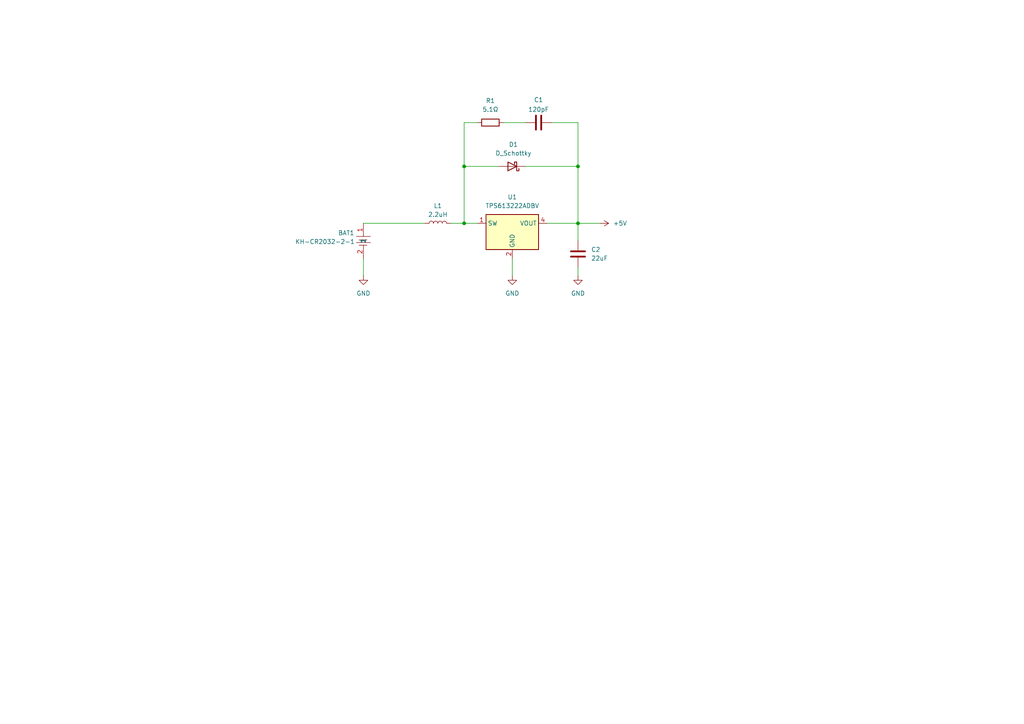
<source format=kicad_sch>
(kicad_sch
	(version 20231120)
	(generator "eeschema")
	(generator_version "8.0")
	(uuid "9b521dbc-5d31-44dc-b77a-6cb943122f2a")
	(paper "A4")
	(lib_symbols
		(symbol "Device:C"
			(pin_numbers hide)
			(pin_names
				(offset 0.254)
			)
			(exclude_from_sim no)
			(in_bom yes)
			(on_board yes)
			(property "Reference" "C"
				(at 0.635 2.54 0)
				(effects
					(font
						(size 1.27 1.27)
					)
					(justify left)
				)
			)
			(property "Value" "C"
				(at 0.635 -2.54 0)
				(effects
					(font
						(size 1.27 1.27)
					)
					(justify left)
				)
			)
			(property "Footprint" ""
				(at 0.9652 -3.81 0)
				(effects
					(font
						(size 1.27 1.27)
					)
					(hide yes)
				)
			)
			(property "Datasheet" "~"
				(at 0 0 0)
				(effects
					(font
						(size 1.27 1.27)
					)
					(hide yes)
				)
			)
			(property "Description" "Unpolarized capacitor"
				(at 0 0 0)
				(effects
					(font
						(size 1.27 1.27)
					)
					(hide yes)
				)
			)
			(property "ki_keywords" "cap capacitor"
				(at 0 0 0)
				(effects
					(font
						(size 1.27 1.27)
					)
					(hide yes)
				)
			)
			(property "ki_fp_filters" "C_*"
				(at 0 0 0)
				(effects
					(font
						(size 1.27 1.27)
					)
					(hide yes)
				)
			)
			(symbol "C_0_1"
				(polyline
					(pts
						(xy -2.032 -0.762) (xy 2.032 -0.762)
					)
					(stroke
						(width 0.508)
						(type default)
					)
					(fill
						(type none)
					)
				)
				(polyline
					(pts
						(xy -2.032 0.762) (xy 2.032 0.762)
					)
					(stroke
						(width 0.508)
						(type default)
					)
					(fill
						(type none)
					)
				)
			)
			(symbol "C_1_1"
				(pin passive line
					(at 0 3.81 270)
					(length 2.794)
					(name "~"
						(effects
							(font
								(size 1.27 1.27)
							)
						)
					)
					(number "1"
						(effects
							(font
								(size 1.27 1.27)
							)
						)
					)
				)
				(pin passive line
					(at 0 -3.81 90)
					(length 2.794)
					(name "~"
						(effects
							(font
								(size 1.27 1.27)
							)
						)
					)
					(number "2"
						(effects
							(font
								(size 1.27 1.27)
							)
						)
					)
				)
			)
		)
		(symbol "Device:D_Schottky"
			(pin_numbers hide)
			(pin_names
				(offset 1.016) hide)
			(exclude_from_sim no)
			(in_bom yes)
			(on_board yes)
			(property "Reference" "D"
				(at 0 2.54 0)
				(effects
					(font
						(size 1.27 1.27)
					)
				)
			)
			(property "Value" "D_Schottky"
				(at 0 -2.54 0)
				(effects
					(font
						(size 1.27 1.27)
					)
				)
			)
			(property "Footprint" ""
				(at 0 0 0)
				(effects
					(font
						(size 1.27 1.27)
					)
					(hide yes)
				)
			)
			(property "Datasheet" "~"
				(at 0 0 0)
				(effects
					(font
						(size 1.27 1.27)
					)
					(hide yes)
				)
			)
			(property "Description" "Schottky diode"
				(at 0 0 0)
				(effects
					(font
						(size 1.27 1.27)
					)
					(hide yes)
				)
			)
			(property "ki_keywords" "diode Schottky"
				(at 0 0 0)
				(effects
					(font
						(size 1.27 1.27)
					)
					(hide yes)
				)
			)
			(property "ki_fp_filters" "TO-???* *_Diode_* *SingleDiode* D_*"
				(at 0 0 0)
				(effects
					(font
						(size 1.27 1.27)
					)
					(hide yes)
				)
			)
			(symbol "D_Schottky_0_1"
				(polyline
					(pts
						(xy 1.27 0) (xy -1.27 0)
					)
					(stroke
						(width 0)
						(type default)
					)
					(fill
						(type none)
					)
				)
				(polyline
					(pts
						(xy 1.27 1.27) (xy 1.27 -1.27) (xy -1.27 0) (xy 1.27 1.27)
					)
					(stroke
						(width 0.254)
						(type default)
					)
					(fill
						(type none)
					)
				)
				(polyline
					(pts
						(xy -1.905 0.635) (xy -1.905 1.27) (xy -1.27 1.27) (xy -1.27 -1.27) (xy -0.635 -1.27) (xy -0.635 -0.635)
					)
					(stroke
						(width 0.254)
						(type default)
					)
					(fill
						(type none)
					)
				)
			)
			(symbol "D_Schottky_1_1"
				(pin passive line
					(at -3.81 0 0)
					(length 2.54)
					(name "K"
						(effects
							(font
								(size 1.27 1.27)
							)
						)
					)
					(number "1"
						(effects
							(font
								(size 1.27 1.27)
							)
						)
					)
				)
				(pin passive line
					(at 3.81 0 180)
					(length 2.54)
					(name "A"
						(effects
							(font
								(size 1.27 1.27)
							)
						)
					)
					(number "2"
						(effects
							(font
								(size 1.27 1.27)
							)
						)
					)
				)
			)
		)
		(symbol "Device:L"
			(pin_numbers hide)
			(pin_names
				(offset 1.016) hide)
			(exclude_from_sim no)
			(in_bom yes)
			(on_board yes)
			(property "Reference" "L"
				(at -1.27 0 90)
				(effects
					(font
						(size 1.27 1.27)
					)
				)
			)
			(property "Value" "L"
				(at 1.905 0 90)
				(effects
					(font
						(size 1.27 1.27)
					)
				)
			)
			(property "Footprint" ""
				(at 0 0 0)
				(effects
					(font
						(size 1.27 1.27)
					)
					(hide yes)
				)
			)
			(property "Datasheet" "~"
				(at 0 0 0)
				(effects
					(font
						(size 1.27 1.27)
					)
					(hide yes)
				)
			)
			(property "Description" "Inductor"
				(at 0 0 0)
				(effects
					(font
						(size 1.27 1.27)
					)
					(hide yes)
				)
			)
			(property "ki_keywords" "inductor choke coil reactor magnetic"
				(at 0 0 0)
				(effects
					(font
						(size 1.27 1.27)
					)
					(hide yes)
				)
			)
			(property "ki_fp_filters" "Choke_* *Coil* Inductor_* L_*"
				(at 0 0 0)
				(effects
					(font
						(size 1.27 1.27)
					)
					(hide yes)
				)
			)
			(symbol "L_0_1"
				(arc
					(start 0 -2.54)
					(mid 0.6323 -1.905)
					(end 0 -1.27)
					(stroke
						(width 0)
						(type default)
					)
					(fill
						(type none)
					)
				)
				(arc
					(start 0 -1.27)
					(mid 0.6323 -0.635)
					(end 0 0)
					(stroke
						(width 0)
						(type default)
					)
					(fill
						(type none)
					)
				)
				(arc
					(start 0 0)
					(mid 0.6323 0.635)
					(end 0 1.27)
					(stroke
						(width 0)
						(type default)
					)
					(fill
						(type none)
					)
				)
				(arc
					(start 0 1.27)
					(mid 0.6323 1.905)
					(end 0 2.54)
					(stroke
						(width 0)
						(type default)
					)
					(fill
						(type none)
					)
				)
			)
			(symbol "L_1_1"
				(pin passive line
					(at 0 3.81 270)
					(length 1.27)
					(name "1"
						(effects
							(font
								(size 1.27 1.27)
							)
						)
					)
					(number "1"
						(effects
							(font
								(size 1.27 1.27)
							)
						)
					)
				)
				(pin passive line
					(at 0 -3.81 90)
					(length 1.27)
					(name "2"
						(effects
							(font
								(size 1.27 1.27)
							)
						)
					)
					(number "2"
						(effects
							(font
								(size 1.27 1.27)
							)
						)
					)
				)
			)
		)
		(symbol "Device:R"
			(pin_numbers hide)
			(pin_names
				(offset 0)
			)
			(exclude_from_sim no)
			(in_bom yes)
			(on_board yes)
			(property "Reference" "R"
				(at 2.032 0 90)
				(effects
					(font
						(size 1.27 1.27)
					)
				)
			)
			(property "Value" "R"
				(at 0 0 90)
				(effects
					(font
						(size 1.27 1.27)
					)
				)
			)
			(property "Footprint" ""
				(at -1.778 0 90)
				(effects
					(font
						(size 1.27 1.27)
					)
					(hide yes)
				)
			)
			(property "Datasheet" "~"
				(at 0 0 0)
				(effects
					(font
						(size 1.27 1.27)
					)
					(hide yes)
				)
			)
			(property "Description" "Resistor"
				(at 0 0 0)
				(effects
					(font
						(size 1.27 1.27)
					)
					(hide yes)
				)
			)
			(property "ki_keywords" "R res resistor"
				(at 0 0 0)
				(effects
					(font
						(size 1.27 1.27)
					)
					(hide yes)
				)
			)
			(property "ki_fp_filters" "R_*"
				(at 0 0 0)
				(effects
					(font
						(size 1.27 1.27)
					)
					(hide yes)
				)
			)
			(symbol "R_0_1"
				(rectangle
					(start -1.016 -2.54)
					(end 1.016 2.54)
					(stroke
						(width 0.254)
						(type default)
					)
					(fill
						(type none)
					)
				)
			)
			(symbol "R_1_1"
				(pin passive line
					(at 0 3.81 270)
					(length 1.27)
					(name "~"
						(effects
							(font
								(size 1.27 1.27)
							)
						)
					)
					(number "1"
						(effects
							(font
								(size 1.27 1.27)
							)
						)
					)
				)
				(pin passive line
					(at 0 -3.81 90)
					(length 1.27)
					(name "~"
						(effects
							(font
								(size 1.27 1.27)
							)
						)
					)
					(number "2"
						(effects
							(font
								(size 1.27 1.27)
							)
						)
					)
				)
			)
		)
		(symbol "Regulator_Switching:TPS613222ADBV"
			(exclude_from_sim no)
			(in_bom yes)
			(on_board yes)
			(property "Reference" "U"
				(at -7.62 6.35 0)
				(effects
					(font
						(size 1.27 1.27)
					)
					(justify left)
				)
			)
			(property "Value" "TPS613222ADBV"
				(at 2.54 6.35 0)
				(effects
					(font
						(size 1.27 1.27)
					)
				)
			)
			(property "Footprint" "Package_TO_SOT_SMD:SOT-23-5"
				(at 0 -20.32 0)
				(effects
					(font
						(size 1.27 1.27)
					)
					(hide yes)
				)
			)
			(property "Datasheet" "http://www.ti.com/lit/ds/symlink/tps61322.pdf"
				(at 0 -3.81 0)
				(effects
					(font
						(size 1.27 1.27)
					)
					(hide yes)
				)
			)
			(property "Description" "1.8A Step-Up Converter, 5V Output Voltage, 0.9-5.5V Input Voltage, SOT-23-5"
				(at 0 0 0)
				(effects
					(font
						(size 1.27 1.27)
					)
					(hide yes)
				)
			)
			(property "ki_keywords" "Boost converter"
				(at 0 0 0)
				(effects
					(font
						(size 1.27 1.27)
					)
					(hide yes)
				)
			)
			(property "ki_fp_filters" "SOT?23*"
				(at 0 0 0)
				(effects
					(font
						(size 1.27 1.27)
					)
					(hide yes)
				)
			)
			(symbol "TPS613222ADBV_0_1"
				(rectangle
					(start -7.62 5.08)
					(end 7.62 -5.08)
					(stroke
						(width 0.254)
						(type default)
					)
					(fill
						(type background)
					)
				)
			)
			(symbol "TPS613222ADBV_1_1"
				(pin power_in line
					(at -10.16 2.54 0)
					(length 2.54)
					(name "SW"
						(effects
							(font
								(size 1.27 1.27)
							)
						)
					)
					(number "1"
						(effects
							(font
								(size 1.27 1.27)
							)
						)
					)
				)
				(pin power_in line
					(at 0 -7.62 90)
					(length 2.54)
					(name "GND"
						(effects
							(font
								(size 1.27 1.27)
							)
						)
					)
					(number "2"
						(effects
							(font
								(size 1.27 1.27)
							)
						)
					)
				)
				(pin no_connect line
					(at -7.62 -2.54 0)
					(length 2.54) hide
					(name "NC"
						(effects
							(font
								(size 1.27 1.27)
							)
						)
					)
					(number "3"
						(effects
							(font
								(size 1.27 1.27)
							)
						)
					)
				)
				(pin power_out line
					(at 10.16 2.54 180)
					(length 2.54)
					(name "VOUT"
						(effects
							(font
								(size 1.27 1.27)
							)
						)
					)
					(number "4"
						(effects
							(font
								(size 1.27 1.27)
							)
						)
					)
				)
				(pin no_connect line
					(at 7.62 -2.54 180)
					(length 2.54) hide
					(name "NC"
						(effects
							(font
								(size 1.27 1.27)
							)
						)
					)
					(number "5"
						(effects
							(font
								(size 1.27 1.27)
							)
						)
					)
				)
			)
		)
		(symbol "easyeda2kicad:KH-CR2032-2-1"
			(exclude_from_sim no)
			(in_bom yes)
			(on_board yes)
			(property "Reference" "BAT1"
				(at 2.286 7.366 90)
				(effects
					(font
						(size 1.27 1.27)
					)
					(justify right)
				)
			)
			(property "Value" "KH-CR2032-2-1"
				(at -0.254 19.812 90)
				(effects
					(font
						(size 1.27 1.27)
					)
					(justify right)
				)
			)
			(property "Footprint" "easyeda2kicad:BAT-TH_KH-CR2032-2-1"
				(at 0 -7.62 0)
				(effects
					(font
						(size 1.27 1.27)
					)
					(hide yes)
				)
			)
			(property "Datasheet" ""
				(at 0 0 0)
				(effects
					(font
						(size 1.27 1.27)
					)
					(hide yes)
				)
			)
			(property "Description" ""
				(at 0 0 0)
				(effects
					(font
						(size 1.27 1.27)
					)
					(hide yes)
				)
			)
			(property "LCSC Part" "C5365915"
				(at 0 -10.16 0)
				(effects
					(font
						(size 1.27 1.27)
					)
					(hide yes)
				)
			)
			(symbol "KH-CR2032-2-1_0_1"
				(polyline
					(pts
						(xy -1.27 -1.02) (xy -1.27 1.27)
					)
					(stroke
						(width 0)
						(type default)
					)
					(fill
						(type none)
					)
				)
				(polyline
					(pts
						(xy -0.51 -2.03) (xy -0.51 2.03)
					)
					(stroke
						(width 0)
						(type default)
					)
					(fill
						(type none)
					)
				)
				(polyline
					(pts
						(xy 0.25 -1.02) (xy 0.25 1.27)
					)
					(stroke
						(width 0)
						(type default)
					)
					(fill
						(type none)
					)
				)
				(polyline
					(pts
						(xy 1.27 -2.03) (xy 1.27 2.03)
					)
					(stroke
						(width 0)
						(type default)
					)
					(fill
						(type none)
					)
				)
			)
			(symbol "KH-CR2032-2-1_1_1"
				(pin power_out line
					(at 5.08 0 180)
					(length 3.81)
					(name "1"
						(effects
							(font
								(size 1.27 1.27)
							)
						)
					)
					(number "1"
						(effects
							(font
								(size 1.27 1.27)
							)
						)
					)
				)
				(pin power_in line
					(at -5.08 0 0)
					(length 3.81)
					(name "2"
						(effects
							(font
								(size 1.27 1.27)
							)
						)
					)
					(number "2"
						(effects
							(font
								(size 1.27 1.27)
							)
						)
					)
				)
			)
		)
		(symbol "power:+5V"
			(power)
			(pin_numbers hide)
			(pin_names
				(offset 0) hide)
			(exclude_from_sim no)
			(in_bom yes)
			(on_board yes)
			(property "Reference" "#PWR"
				(at 0 -3.81 0)
				(effects
					(font
						(size 1.27 1.27)
					)
					(hide yes)
				)
			)
			(property "Value" "+5V"
				(at 0 3.556 0)
				(effects
					(font
						(size 1.27 1.27)
					)
				)
			)
			(property "Footprint" ""
				(at 0 0 0)
				(effects
					(font
						(size 1.27 1.27)
					)
					(hide yes)
				)
			)
			(property "Datasheet" ""
				(at 0 0 0)
				(effects
					(font
						(size 1.27 1.27)
					)
					(hide yes)
				)
			)
			(property "Description" "Power symbol creates a global label with name \"+5V\""
				(at 0 0 0)
				(effects
					(font
						(size 1.27 1.27)
					)
					(hide yes)
				)
			)
			(property "ki_keywords" "global power"
				(at 0 0 0)
				(effects
					(font
						(size 1.27 1.27)
					)
					(hide yes)
				)
			)
			(symbol "+5V_0_1"
				(polyline
					(pts
						(xy -0.762 1.27) (xy 0 2.54)
					)
					(stroke
						(width 0)
						(type default)
					)
					(fill
						(type none)
					)
				)
				(polyline
					(pts
						(xy 0 0) (xy 0 2.54)
					)
					(stroke
						(width 0)
						(type default)
					)
					(fill
						(type none)
					)
				)
				(polyline
					(pts
						(xy 0 2.54) (xy 0.762 1.27)
					)
					(stroke
						(width 0)
						(type default)
					)
					(fill
						(type none)
					)
				)
			)
			(symbol "+5V_1_1"
				(pin power_in line
					(at 0 0 90)
					(length 0)
					(name "~"
						(effects
							(font
								(size 1.27 1.27)
							)
						)
					)
					(number "1"
						(effects
							(font
								(size 1.27 1.27)
							)
						)
					)
				)
			)
		)
		(symbol "power:GND"
			(power)
			(pin_numbers hide)
			(pin_names
				(offset 0) hide)
			(exclude_from_sim no)
			(in_bom yes)
			(on_board yes)
			(property "Reference" "#PWR"
				(at 0 -6.35 0)
				(effects
					(font
						(size 1.27 1.27)
					)
					(hide yes)
				)
			)
			(property "Value" "GND"
				(at 0 -3.81 0)
				(effects
					(font
						(size 1.27 1.27)
					)
				)
			)
			(property "Footprint" ""
				(at 0 0 0)
				(effects
					(font
						(size 1.27 1.27)
					)
					(hide yes)
				)
			)
			(property "Datasheet" ""
				(at 0 0 0)
				(effects
					(font
						(size 1.27 1.27)
					)
					(hide yes)
				)
			)
			(property "Description" "Power symbol creates a global label with name \"GND\" , ground"
				(at 0 0 0)
				(effects
					(font
						(size 1.27 1.27)
					)
					(hide yes)
				)
			)
			(property "ki_keywords" "global power"
				(at 0 0 0)
				(effects
					(font
						(size 1.27 1.27)
					)
					(hide yes)
				)
			)
			(symbol "GND_0_1"
				(polyline
					(pts
						(xy 0 0) (xy 0 -1.27) (xy 1.27 -1.27) (xy 0 -2.54) (xy -1.27 -1.27) (xy 0 -1.27)
					)
					(stroke
						(width 0)
						(type default)
					)
					(fill
						(type none)
					)
				)
			)
			(symbol "GND_1_1"
				(pin power_in line
					(at 0 0 270)
					(length 0)
					(name "~"
						(effects
							(font
								(size 1.27 1.27)
							)
						)
					)
					(number "1"
						(effects
							(font
								(size 1.27 1.27)
							)
						)
					)
				)
			)
		)
	)
	(junction
		(at 134.62 48.26)
		(diameter 0)
		(color 0 0 0 0)
		(uuid "1cffb371-576e-47f2-8de2-6bbcd46d6d76")
	)
	(junction
		(at 167.64 64.77)
		(diameter 0)
		(color 0 0 0 0)
		(uuid "47a8b089-736f-4ba3-99e5-69ba1496e91a")
	)
	(junction
		(at 134.62 64.77)
		(diameter 0)
		(color 0 0 0 0)
		(uuid "ae48b933-ff44-4e97-9b70-90a9200680bf")
	)
	(junction
		(at 167.64 48.26)
		(diameter 0)
		(color 0 0 0 0)
		(uuid "f28b2c08-e90e-498e-a9cf-cf2fe4e23304")
	)
	(wire
		(pts
			(xy 105.41 74.93) (xy 105.41 80.01)
		)
		(stroke
			(width 0)
			(type default)
		)
		(uuid "0c6215a1-62d1-4533-8dea-478dea74f0cd")
	)
	(wire
		(pts
			(xy 134.62 64.77) (xy 138.43 64.77)
		)
		(stroke
			(width 0)
			(type default)
		)
		(uuid "0f040446-65d7-4baa-8883-ace9509406ce")
	)
	(wire
		(pts
			(xy 167.64 64.77) (xy 173.99 64.77)
		)
		(stroke
			(width 0)
			(type default)
		)
		(uuid "1191be50-fd7a-43d9-a02d-d0ade6106af1")
	)
	(wire
		(pts
			(xy 148.59 74.93) (xy 148.59 80.01)
		)
		(stroke
			(width 0)
			(type default)
		)
		(uuid "1dfed211-b327-4f06-8dc8-51c2b8347391")
	)
	(wire
		(pts
			(xy 146.05 35.56) (xy 152.4 35.56)
		)
		(stroke
			(width 0)
			(type default)
		)
		(uuid "31ac288c-6635-4a73-b9df-217779a14fc3")
	)
	(wire
		(pts
			(xy 167.64 35.56) (xy 167.64 48.26)
		)
		(stroke
			(width 0)
			(type default)
		)
		(uuid "37d8e9a7-3e89-4f4f-b6ca-c0c1901fff02")
	)
	(wire
		(pts
			(xy 160.02 35.56) (xy 167.64 35.56)
		)
		(stroke
			(width 0)
			(type default)
		)
		(uuid "4b30e3bf-2656-4a24-a102-0b8372efeae5")
	)
	(wire
		(pts
			(xy 134.62 48.26) (xy 144.78 48.26)
		)
		(stroke
			(width 0)
			(type default)
		)
		(uuid "4bbf3c10-f3af-4f39-a55b-c1b923ef1f55")
	)
	(wire
		(pts
			(xy 105.41 64.77) (xy 123.19 64.77)
		)
		(stroke
			(width 0)
			(type default)
		)
		(uuid "5dbfa74e-a282-49fd-b379-aec52b33b68b")
	)
	(wire
		(pts
			(xy 158.75 64.77) (xy 167.64 64.77)
		)
		(stroke
			(width 0)
			(type default)
		)
		(uuid "61ee6637-10b5-42c8-8f55-7e7cc1a716d4")
	)
	(wire
		(pts
			(xy 134.62 35.56) (xy 134.62 48.26)
		)
		(stroke
			(width 0)
			(type default)
		)
		(uuid "6aeecff7-0884-4810-99ae-895ec3b72862")
	)
	(wire
		(pts
			(xy 167.64 48.26) (xy 167.64 64.77)
		)
		(stroke
			(width 0)
			(type default)
		)
		(uuid "81ae0c8e-ca6a-4b1b-bf2c-0360a942ddd8")
	)
	(wire
		(pts
			(xy 134.62 48.26) (xy 134.62 64.77)
		)
		(stroke
			(width 0)
			(type default)
		)
		(uuid "871c7913-08cf-4212-a06b-4abf60741ff4")
	)
	(wire
		(pts
			(xy 167.64 64.77) (xy 167.64 69.85)
		)
		(stroke
			(width 0)
			(type default)
		)
		(uuid "94348b55-0ac7-4292-8f7b-043eb09d8af4")
	)
	(wire
		(pts
			(xy 130.81 64.77) (xy 134.62 64.77)
		)
		(stroke
			(width 0)
			(type default)
		)
		(uuid "cc849942-a7f8-4ca9-ac98-833e3df96c48")
	)
	(wire
		(pts
			(xy 138.43 35.56) (xy 134.62 35.56)
		)
		(stroke
			(width 0)
			(type default)
		)
		(uuid "d7ab3be6-502a-4b1d-95e3-c746563444df")
	)
	(wire
		(pts
			(xy 152.4 48.26) (xy 167.64 48.26)
		)
		(stroke
			(width 0)
			(type default)
		)
		(uuid "dc1eb59a-02af-4bed-9fb1-aa504d75e728")
	)
	(wire
		(pts
			(xy 167.64 77.47) (xy 167.64 80.01)
		)
		(stroke
			(width 0)
			(type default)
		)
		(uuid "e7301055-688d-41c8-b543-0049abae78eb")
	)
	(symbol
		(lib_id "Device:D_Schottky")
		(at 148.59 48.26 180)
		(unit 1)
		(exclude_from_sim no)
		(in_bom yes)
		(on_board yes)
		(dnp no)
		(fields_autoplaced yes)
		(uuid "18e74771-768d-4d0d-8b3d-7d5c50f9d353")
		(property "Reference" "D1"
			(at 148.9075 41.91 0)
			(effects
				(font
					(size 1.27 1.27)
				)
			)
		)
		(property "Value" "D_Schottky"
			(at 148.9075 44.45 0)
			(effects
				(font
					(size 1.27 1.27)
				)
			)
		)
		(property "Footprint" "Diode_SMD:D_0805_2012Metric_Pad1.15x1.40mm_HandSolder"
			(at 148.59 48.26 0)
			(effects
				(font
					(size 1.27 1.27)
				)
				(hide yes)
			)
		)
		(property "Datasheet" "~"
			(at 148.59 48.26 0)
			(effects
				(font
					(size 1.27 1.27)
				)
				(hide yes)
			)
		)
		(property "Description" "Schottky diode"
			(at 148.59 48.26 0)
			(effects
				(font
					(size 1.27 1.27)
				)
				(hide yes)
			)
		)
		(pin "2"
			(uuid "59be388c-6bbc-46ca-885d-a650b097f01a")
		)
		(pin "1"
			(uuid "73aa1570-b8c6-465e-83bc-c43c19b6322b")
		)
		(instances
			(project ""
				(path "/8df8cca2-4aa8-4f02-9573-0dc9636abc5d/b0fb298a-3092-4f25-89ac-da8517f04c6f"
					(reference "D1")
					(unit 1)
				)
			)
		)
	)
	(symbol
		(lib_id "power:GND")
		(at 148.59 80.01 0)
		(unit 1)
		(exclude_from_sim no)
		(in_bom yes)
		(on_board yes)
		(dnp no)
		(fields_autoplaced yes)
		(uuid "29d6afe2-5f34-4b19-a5e8-53176bdd909f")
		(property "Reference" "#PWR01"
			(at 148.59 86.36 0)
			(effects
				(font
					(size 1.27 1.27)
				)
				(hide yes)
			)
		)
		(property "Value" "GND"
			(at 148.59 85.09 0)
			(effects
				(font
					(size 1.27 1.27)
				)
			)
		)
		(property "Footprint" ""
			(at 148.59 80.01 0)
			(effects
				(font
					(size 1.27 1.27)
				)
				(hide yes)
			)
		)
		(property "Datasheet" ""
			(at 148.59 80.01 0)
			(effects
				(font
					(size 1.27 1.27)
				)
				(hide yes)
			)
		)
		(property "Description" "Power symbol creates a global label with name \"GND\" , ground"
			(at 148.59 80.01 0)
			(effects
				(font
					(size 1.27 1.27)
				)
				(hide yes)
			)
		)
		(pin "1"
			(uuid "7444e235-047e-4bb1-9c7d-3518c126eaaa")
		)
		(instances
			(project ""
				(path "/8df8cca2-4aa8-4f02-9573-0dc9636abc5d/b0fb298a-3092-4f25-89ac-da8517f04c6f"
					(reference "#PWR01")
					(unit 1)
				)
			)
		)
	)
	(symbol
		(lib_id "power:GND")
		(at 167.64 80.01 0)
		(unit 1)
		(exclude_from_sim no)
		(in_bom yes)
		(on_board yes)
		(dnp no)
		(fields_autoplaced yes)
		(uuid "30758adf-0d7a-4d06-9d87-a1488424153f")
		(property "Reference" "#PWR02"
			(at 167.64 86.36 0)
			(effects
				(font
					(size 1.27 1.27)
				)
				(hide yes)
			)
		)
		(property "Value" "GND"
			(at 167.64 85.09 0)
			(effects
				(font
					(size 1.27 1.27)
				)
			)
		)
		(property "Footprint" ""
			(at 167.64 80.01 0)
			(effects
				(font
					(size 1.27 1.27)
				)
				(hide yes)
			)
		)
		(property "Datasheet" ""
			(at 167.64 80.01 0)
			(effects
				(font
					(size 1.27 1.27)
				)
				(hide yes)
			)
		)
		(property "Description" "Power symbol creates a global label with name \"GND\" , ground"
			(at 167.64 80.01 0)
			(effects
				(font
					(size 1.27 1.27)
				)
				(hide yes)
			)
		)
		(pin "1"
			(uuid "7444e235-047e-4bb1-9c7d-3518c126eaaa")
		)
		(instances
			(project ""
				(path "/8df8cca2-4aa8-4f02-9573-0dc9636abc5d/b0fb298a-3092-4f25-89ac-da8517f04c6f"
					(reference "#PWR02")
					(unit 1)
				)
			)
		)
	)
	(symbol
		(lib_id "Device:C")
		(at 167.64 73.66 180)
		(unit 1)
		(exclude_from_sim no)
		(in_bom yes)
		(on_board yes)
		(dnp no)
		(fields_autoplaced yes)
		(uuid "37873810-1dfb-46bd-82da-6a1a3ac62835")
		(property "Reference" "C2"
			(at 171.45 72.3899 0)
			(effects
				(font
					(size 1.27 1.27)
				)
				(justify right)
			)
		)
		(property "Value" "22uF"
			(at 171.45 74.9299 0)
			(effects
				(font
					(size 1.27 1.27)
				)
				(justify right)
			)
		)
		(property "Footprint" "Capacitor_SMD:C_0805_2012Metric_Pad1.18x1.45mm_HandSolder"
			(at 166.6748 69.85 0)
			(effects
				(font
					(size 1.27 1.27)
				)
				(hide yes)
			)
		)
		(property "Datasheet" "~"
			(at 167.64 73.66 0)
			(effects
				(font
					(size 1.27 1.27)
				)
				(hide yes)
			)
		)
		(property "Description" "Unpolarized capacitor"
			(at 167.64 73.66 0)
			(effects
				(font
					(size 1.27 1.27)
				)
				(hide yes)
			)
		)
		(pin "1"
			(uuid "b6085d73-949c-4b55-8ca2-9e7b90375df8")
		)
		(pin "2"
			(uuid "c5fc827a-eed7-4d04-ba1a-6cb96f7bff85")
		)
		(instances
			(project ""
				(path "/8df8cca2-4aa8-4f02-9573-0dc9636abc5d/b0fb298a-3092-4f25-89ac-da8517f04c6f"
					(reference "C2")
					(unit 1)
				)
			)
		)
	)
	(symbol
		(lib_id "Device:L")
		(at 127 64.77 90)
		(unit 1)
		(exclude_from_sim no)
		(in_bom yes)
		(on_board yes)
		(dnp no)
		(fields_autoplaced yes)
		(uuid "456be236-209d-4660-9c9d-abe996f70df5")
		(property "Reference" "L1"
			(at 127 59.69 90)
			(effects
				(font
					(size 1.27 1.27)
				)
			)
		)
		(property "Value" "2.2uH"
			(at 127 62.23 90)
			(effects
				(font
					(size 1.27 1.27)
				)
			)
		)
		(property "Footprint" "Inductor_SMD:L_0805_2012Metric_Pad1.15x1.40mm_HandSolder"
			(at 127 64.77 0)
			(effects
				(font
					(size 1.27 1.27)
				)
				(hide yes)
			)
		)
		(property "Datasheet" "~"
			(at 127 64.77 0)
			(effects
				(font
					(size 1.27 1.27)
				)
				(hide yes)
			)
		)
		(property "Description" "Inductor"
			(at 127 64.77 0)
			(effects
				(font
					(size 1.27 1.27)
				)
				(hide yes)
			)
		)
		(pin "2"
			(uuid "47b9b00a-ba64-4d6d-b49f-396306bd7c3c")
		)
		(pin "1"
			(uuid "92d131a4-78e8-44c2-a3b5-237be65e4494")
		)
		(instances
			(project ""
				(path "/8df8cca2-4aa8-4f02-9573-0dc9636abc5d/b0fb298a-3092-4f25-89ac-da8517f04c6f"
					(reference "L1")
					(unit 1)
				)
			)
		)
	)
	(symbol
		(lib_id "easyeda2kicad:KH-CR2032-2-1")
		(at 105.41 69.85 90)
		(unit 1)
		(exclude_from_sim no)
		(in_bom yes)
		(on_board yes)
		(dnp no)
		(uuid "458dd304-55c1-4a4d-a860-d96add8d32aa")
		(property "Reference" "BAT1"
			(at 98.044 67.564 90)
			(effects
				(font
					(size 1.27 1.27)
				)
				(justify right)
			)
		)
		(property "Value" "KH-CR2032-2-1"
			(at 85.598 70.104 90)
			(effects
				(font
					(size 1.27 1.27)
				)
				(justify right)
			)
		)
		(property "Footprint" "easyeda2kicad:BAT-TH_KH-CR2032-2-1"
			(at 113.03 69.85 0)
			(effects
				(font
					(size 1.27 1.27)
				)
				(hide yes)
			)
		)
		(property "Datasheet" ""
			(at 105.41 69.85 0)
			(effects
				(font
					(size 1.27 1.27)
				)
				(hide yes)
			)
		)
		(property "Description" ""
			(at 105.41 69.85 0)
			(effects
				(font
					(size 1.27 1.27)
				)
				(hide yes)
			)
		)
		(property "LCSC Part" "C5365915"
			(at 115.57 69.85 0)
			(effects
				(font
					(size 1.27 1.27)
				)
				(hide yes)
			)
		)
		(pin "2"
			(uuid "2836d2e6-76fb-41aa-a4fc-07192c0af073")
		)
		(pin "1"
			(uuid "aed84dd1-4560-4bcc-b51d-0c83cf9b9dd1")
		)
		(instances
			(project ""
				(path "/8df8cca2-4aa8-4f02-9573-0dc9636abc5d/b0fb298a-3092-4f25-89ac-da8517f04c6f"
					(reference "BAT1")
					(unit 1)
				)
			)
		)
	)
	(symbol
		(lib_id "Device:C")
		(at 156.21 35.56 90)
		(unit 1)
		(exclude_from_sim no)
		(in_bom yes)
		(on_board yes)
		(dnp no)
		(uuid "757d1a57-71ce-496a-b60d-8e9f62a7532c")
		(property "Reference" "C1"
			(at 156.21 28.956 90)
			(effects
				(font
					(size 1.27 1.27)
				)
			)
		)
		(property "Value" "120pF"
			(at 156.21 31.75 90)
			(effects
				(font
					(size 1.27 1.27)
				)
			)
		)
		(property "Footprint" "Capacitor_SMD:C_0805_2012Metric_Pad1.18x1.45mm_HandSolder"
			(at 160.02 34.5948 0)
			(effects
				(font
					(size 1.27 1.27)
				)
				(hide yes)
			)
		)
		(property "Datasheet" "~"
			(at 156.21 35.56 0)
			(effects
				(font
					(size 1.27 1.27)
				)
				(hide yes)
			)
		)
		(property "Description" "Unpolarized capacitor"
			(at 156.21 35.56 0)
			(effects
				(font
					(size 1.27 1.27)
				)
				(hide yes)
			)
		)
		(pin "1"
			(uuid "b6085d73-949c-4b55-8ca2-9e7b90375df8")
		)
		(pin "2"
			(uuid "c5fc827a-eed7-4d04-ba1a-6cb96f7bff85")
		)
		(instances
			(project ""
				(path "/8df8cca2-4aa8-4f02-9573-0dc9636abc5d/b0fb298a-3092-4f25-89ac-da8517f04c6f"
					(reference "C1")
					(unit 1)
				)
			)
		)
	)
	(symbol
		(lib_id "power:+5V")
		(at 173.99 64.77 270)
		(unit 1)
		(exclude_from_sim no)
		(in_bom yes)
		(on_board yes)
		(dnp no)
		(fields_autoplaced yes)
		(uuid "7775f47c-bb29-4f85-afb0-365e7c74acb6")
		(property "Reference" "#PWR04"
			(at 170.18 64.77 0)
			(effects
				(font
					(size 1.27 1.27)
				)
				(hide yes)
			)
		)
		(property "Value" "+5V"
			(at 177.8 64.7699 90)
			(effects
				(font
					(size 1.27 1.27)
				)
				(justify left)
			)
		)
		(property "Footprint" ""
			(at 173.99 64.77 0)
			(effects
				(font
					(size 1.27 1.27)
				)
				(hide yes)
			)
		)
		(property "Datasheet" ""
			(at 173.99 64.77 0)
			(effects
				(font
					(size 1.27 1.27)
				)
				(hide yes)
			)
		)
		(property "Description" "Power symbol creates a global label with name \"+5V\""
			(at 173.99 64.77 0)
			(effects
				(font
					(size 1.27 1.27)
				)
				(hide yes)
			)
		)
		(pin "1"
			(uuid "1978e72e-d0c2-4354-9d2b-1783a7c7ca65")
		)
		(instances
			(project ""
				(path "/8df8cca2-4aa8-4f02-9573-0dc9636abc5d/b0fb298a-3092-4f25-89ac-da8517f04c6f"
					(reference "#PWR04")
					(unit 1)
				)
			)
		)
	)
	(symbol
		(lib_id "power:GND")
		(at 105.41 80.01 0)
		(unit 1)
		(exclude_from_sim no)
		(in_bom yes)
		(on_board yes)
		(dnp no)
		(fields_autoplaced yes)
		(uuid "a8444eb5-3908-4c8b-a012-52a2b451c259")
		(property "Reference" "#PWR03"
			(at 105.41 86.36 0)
			(effects
				(font
					(size 1.27 1.27)
				)
				(hide yes)
			)
		)
		(property "Value" "GND"
			(at 105.41 85.09 0)
			(effects
				(font
					(size 1.27 1.27)
				)
			)
		)
		(property "Footprint" ""
			(at 105.41 80.01 0)
			(effects
				(font
					(size 1.27 1.27)
				)
				(hide yes)
			)
		)
		(property "Datasheet" ""
			(at 105.41 80.01 0)
			(effects
				(font
					(size 1.27 1.27)
				)
				(hide yes)
			)
		)
		(property "Description" "Power symbol creates a global label with name \"GND\" , ground"
			(at 105.41 80.01 0)
			(effects
				(font
					(size 1.27 1.27)
				)
				(hide yes)
			)
		)
		(pin "1"
			(uuid "7444e235-047e-4bb1-9c7d-3518c126eaaa")
		)
		(instances
			(project ""
				(path "/8df8cca2-4aa8-4f02-9573-0dc9636abc5d/b0fb298a-3092-4f25-89ac-da8517f04c6f"
					(reference "#PWR03")
					(unit 1)
				)
			)
		)
	)
	(symbol
		(lib_id "Regulator_Switching:TPS613222ADBV")
		(at 148.59 67.31 0)
		(unit 1)
		(exclude_from_sim no)
		(in_bom yes)
		(on_board yes)
		(dnp no)
		(fields_autoplaced yes)
		(uuid "b22d4d63-53d5-434f-9181-0f4323bd0e1b")
		(property "Reference" "U1"
			(at 148.59 57.15 0)
			(effects
				(font
					(size 1.27 1.27)
				)
			)
		)
		(property "Value" "TPS613222ADBV"
			(at 148.59 59.69 0)
			(effects
				(font
					(size 1.27 1.27)
				)
			)
		)
		(property "Footprint" "Package_TO_SOT_SMD:SOT-23-5"
			(at 148.59 87.63 0)
			(effects
				(font
					(size 1.27 1.27)
				)
				(hide yes)
			)
		)
		(property "Datasheet" "http://www.ti.com/lit/ds/symlink/tps61322.pdf"
			(at 148.59 71.12 0)
			(effects
				(font
					(size 1.27 1.27)
				)
				(hide yes)
			)
		)
		(property "Description" "1.8A Step-Up Converter, 5V Output Voltage, 0.9-5.5V Input Voltage, SOT-23-5"
			(at 148.59 67.31 0)
			(effects
				(font
					(size 1.27 1.27)
				)
				(hide yes)
			)
		)
		(pin "1"
			(uuid "7315096d-cafa-4144-b0eb-afb1d2c28ff3")
		)
		(pin "2"
			(uuid "8f7f6e10-a9d6-4ea1-b5ac-acf5d6dc1b76")
		)
		(pin "4"
			(uuid "35699d10-1404-4733-8164-ffdd0ad55897")
		)
		(pin "5"
			(uuid "a121fefb-85ff-4f7b-9732-2d43788ed62c")
		)
		(pin "3"
			(uuid "3531c922-889b-4400-a84d-47b4e08f98ed")
		)
		(instances
			(project ""
				(path "/8df8cca2-4aa8-4f02-9573-0dc9636abc5d/b0fb298a-3092-4f25-89ac-da8517f04c6f"
					(reference "U1")
					(unit 1)
				)
			)
		)
	)
	(symbol
		(lib_id "Device:R")
		(at 142.24 35.56 90)
		(unit 1)
		(exclude_from_sim no)
		(in_bom yes)
		(on_board yes)
		(dnp no)
		(fields_autoplaced yes)
		(uuid "c8b084ea-ee3d-4e0f-b4f5-6b91c4c918a5")
		(property "Reference" "R1"
			(at 142.24 29.21 90)
			(effects
				(font
					(size 1.27 1.27)
				)
			)
		)
		(property "Value" "5.1Ω"
			(at 142.24 31.75 90)
			(effects
				(font
					(size 1.27 1.27)
				)
			)
		)
		(property "Footprint" "Resistor_SMD:R_0805_2012Metric_Pad1.20x1.40mm_HandSolder"
			(at 142.24 37.338 90)
			(effects
				(font
					(size 1.27 1.27)
				)
				(hide yes)
			)
		)
		(property "Datasheet" "~"
			(at 142.24 35.56 0)
			(effects
				(font
					(size 1.27 1.27)
				)
				(hide yes)
			)
		)
		(property "Description" "Resistor"
			(at 142.24 35.56 0)
			(effects
				(font
					(size 1.27 1.27)
				)
				(hide yes)
			)
		)
		(pin "1"
			(uuid "7b848ad0-3044-400f-af6e-cc9ecf8f6567")
		)
		(pin "2"
			(uuid "5596cdb8-a990-4044-9a92-09e449409cf5")
		)
		(instances
			(project ""
				(path "/8df8cca2-4aa8-4f02-9573-0dc9636abc5d/b0fb298a-3092-4f25-89ac-da8517f04c6f"
					(reference "R1")
					(unit 1)
				)
			)
		)
	)
)

</source>
